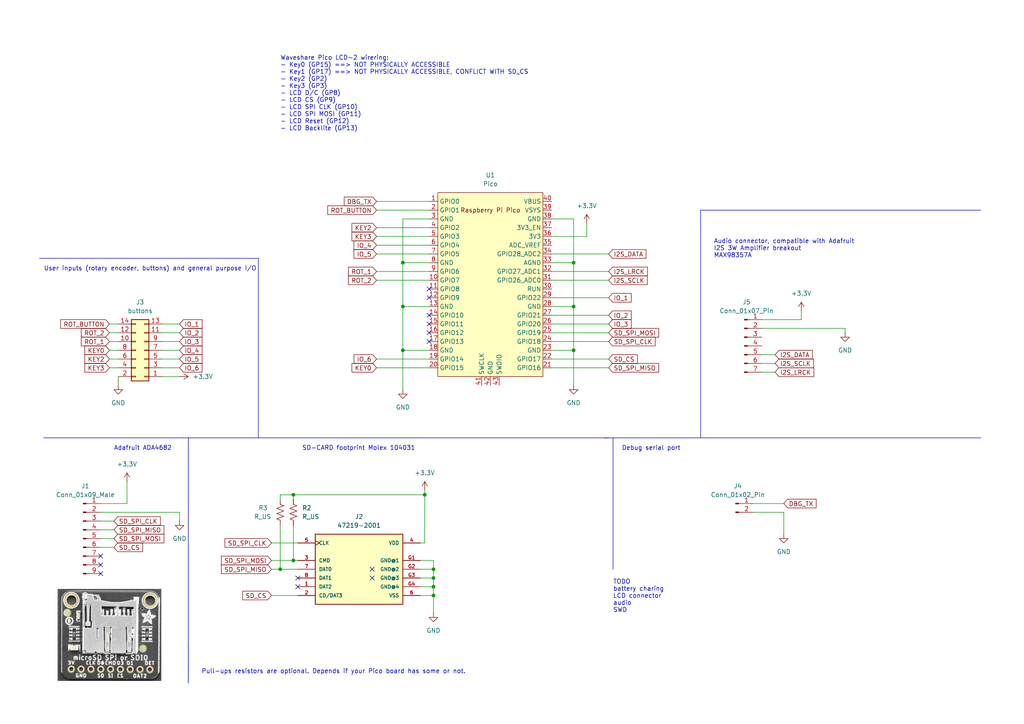
<source format=kicad_sch>
(kicad_sch (version 20230121) (generator eeschema)
  (paper "A4")
  (lib_symbols
    (symbol "Connector:Conn_01x02_Pin" (pin_names (offset 1.016) hide)
      (property "Reference" "J" (at 0 2.54 0))
      (property "Value" "Conn_01x02_Pin" (at 0 -5.08 0))
      (symbol "Conn_01x02_Pin_1_1"
        (polyline (pts (xy 1.27 -2.54) (xy 0.8636 -2.54)) (stroke (width 0.1524)))
        (polyline (pts (xy 1.27 0) (xy 0.8636 0)) (stroke (width 0.1524)))
        (rectangle (start 0.8636 -2.413) (end 0 -2.667) (stroke (width 0.1524)) (fill (type outline)))
        (rectangle (start 0.8636 0.127) (end 0 -0.127) (stroke (width 0.1524)) (fill (type outline)))
        (pin passive line (at 5.08 0 180) (length 3.81) (name "Pin_1") (number "1"))
        (pin passive line (at 5.08 -2.54 180) (length 3.81) (name "Pin_2") (number "2"))
      )
    )
    (symbol "Connector:Conn_01x07_Pin" (pin_names (offset 1.016) hide)
      (property "Reference" "J" (at 0 10.16 0))
      (property "Value" "Conn_01x07_Pin" (at 0 -10.16 0))
      (symbol "Conn_01x07_Pin_1_1"
        (polyline (pts (xy 1.27 -7.62) (xy 0.8636 -7.62)) (stroke (width 0.1524)))
        (polyline (pts (xy 1.27 -5.08) (xy 0.8636 -5.08)) (stroke (width 0.1524)))
        (polyline (pts (xy 1.27 -2.54) (xy 0.8636 -2.54)) (stroke (width 0.1524)))
        (polyline (pts (xy 1.27 0) (xy 0.8636 0)) (stroke (width 0.1524)))
        (polyline (pts (xy 1.27 2.54) (xy 0.8636 2.54)) (stroke (width 0.1524)))
        (polyline (pts (xy 1.27 5.08) (xy 0.8636 5.08)) (stroke (width 0.1524)))
        (polyline (pts (xy 1.27 7.62) (xy 0.8636 7.62)) (stroke (width 0.1524)))
        (rectangle (start 0.8636 -7.493) (end 0 -7.747) (stroke (width 0.1524)) (fill (type outline)))
        (rectangle (start 0.8636 -4.953) (end 0 -5.207) (stroke (width 0.1524)) (fill (type outline)))
        (rectangle (start 0.8636 -2.413) (end 0 -2.667) (stroke (width 0.1524)) (fill (type outline)))
        (rectangle (start 0.8636 0.127) (end 0 -0.127) (stroke (width 0.1524)) (fill (type outline)))
        (rectangle (start 0.8636 2.667) (end 0 2.413) (stroke (width 0.1524)) (fill (type outline)))
        (rectangle (start 0.8636 5.207) (end 0 4.953) (stroke (width 0.1524)) (fill (type outline)))
        (rectangle (start 0.8636 7.747) (end 0 7.493) (stroke (width 0.1524)) (fill (type outline)))
        (pin passive line (at 5.08 7.62 180) (length 3.81) (name "Pin_1") (number "1"))
        (pin passive line (at 5.08 5.08 180) (length 3.81) (name "Pin_2") (number "2"))
        (pin passive line (at 5.08 2.54 180) (length 3.81) (name "Pin_3") (number "3"))
        (pin passive line (at 5.08 0 180) (length 3.81) (name "Pin_4") (number "4"))
        (pin passive line (at 5.08 -2.54 180) (length 3.81) (name "Pin_5") (number "5"))
        (pin passive line (at 5.08 -5.08 180) (length 3.81) (name "Pin_6") (number "6"))
        (pin passive line (at 5.08 -7.62 180) (length 3.81) (name "Pin_7") (number "7"))
      )
    )
    (symbol "Connector:Conn_01x09_Male" (pin_names (offset 1.016) hide)
      (property "Reference" "J" (at 0 12.7 0))
      (property "Value" "Conn_01x09_Male" (at 0 -12.7 0))
      (symbol "Conn_01x09_Male_1_1"
        (polyline (pts (xy 1.27 -10.16) (xy 0.8636 -10.16)) (stroke (width 0.1524)))
        (polyline (pts (xy 1.27 -7.62) (xy 0.8636 -7.62)) (stroke (width 0.1524)))
        (polyline (pts (xy 1.27 -5.08) (xy 0.8636 -5.08)) (stroke (width 0.1524)))
        (polyline (pts (xy 1.27 -2.54) (xy 0.8636 -2.54)) (stroke (width 0.1524)))
        (polyline (pts (xy 1.27 0) (xy 0.8636 0)) (stroke (width 0.1524)))
        (polyline (pts (xy 1.27 2.54) (xy 0.8636 2.54)) (stroke (width 0.1524)))
        (polyline (pts (xy 1.27 5.08) (xy 0.8636 5.08)) (stroke (width 0.1524)))
        (polyline (pts (xy 1.27 7.62) (xy 0.8636 7.62)) (stroke (width 0.1524)))
        (polyline (pts (xy 1.27 10.16) (xy 0.8636 10.16)) (stroke (width 0.1524)))
        (rectangle (start 0.8636 -10.033) (end 0 -10.287) (stroke (width 0.1524)) (fill (type outline)))
        (rectangle (start 0.8636 -7.493) (end 0 -7.747) (stroke (width 0.1524)) (fill (type outline)))
        (rectangle (start 0.8636 -4.953) (end 0 -5.207) (stroke (width 0.1524)) (fill (type outline)))
        (rectangle (start 0.8636 -2.413) (end 0 -2.667) (stroke (width 0.1524)) (fill (type outline)))
        (rectangle (start 0.8636 0.127) (end 0 -0.127) (stroke (width 0.1524)) (fill (type outline)))
        (rectangle (start 0.8636 2.667) (end 0 2.413) (stroke (width 0.1524)) (fill (type outline)))
        (rectangle (start 0.8636 5.207) (end 0 4.953) (stroke (width 0.1524)) (fill (type outline)))
        (rectangle (start 0.8636 7.747) (end 0 7.493) (stroke (width 0.1524)) (fill (type outline)))
        (rectangle (start 0.8636 10.287) (end 0 10.033) (stroke (width 0.1524)) (fill (type outline)))
        (pin passive line (at 5.08 10.16 180) (length 3.81) (name "Pin_1") (number "1"))
        (pin passive line (at 5.08 7.62 180) (length 3.81) (name "Pin_2") (number "2"))
        (pin passive line (at 5.08 5.08 180) (length 3.81) (name "Pin_3") (number "3"))
        (pin passive line (at 5.08 2.54 180) (length 3.81) (name "Pin_4") (number "4"))
        (pin passive line (at 5.08 0 180) (length 3.81) (name "Pin_5") (number "5"))
        (pin passive line (at 5.08 -2.54 180) (length 3.81) (name "Pin_6") (number "6"))
        (pin passive line (at 5.08 -5.08 180) (length 3.81) (name "Pin_7") (number "7"))
        (pin passive line (at 5.08 -7.62 180) (length 3.81) (name "Pin_8") (number "8"))
        (pin passive line (at 5.08 -10.16 180) (length 3.81) (name "Pin_9") (number "9"))
      )
    )
    (symbol "Connector_Generic:Conn_02x07_Odd_Even" (pin_names (offset 1.016) hide)
      (property "Reference" "J" (at 1.27 10.16 0))
      (property "Value" "Conn_02x07_Odd_Even" (at 1.27 -10.16 0))
      (symbol "Conn_02x07_Odd_Even_1_1"
        (rectangle (start -1.27 -7.493) (end 0 -7.747) (stroke (width 0.1524)))
        (rectangle (start -1.27 -4.953) (end 0 -5.207) (stroke (width 0.1524)))
        (rectangle (start -1.27 -2.413) (end 0 -2.667) (stroke (width 0.1524)))
        (rectangle (start -1.27 0.127) (end 0 -0.127) (stroke (width 0.1524)))
        (rectangle (start -1.27 2.667) (end 0 2.413) (stroke (width 0.1524)))
        (rectangle (start -1.27 5.207) (end 0 4.953) (stroke (width 0.1524)))
        (rectangle (start -1.27 7.747) (end 0 7.493) (stroke (width 0.1524)))
        (rectangle (start -1.27 8.89) (end 3.81 -8.89) (stroke (width 0.254)) (fill (type background)))
        (rectangle (start 3.81 -7.493) (end 2.54 -7.747) (stroke (width 0.1524)))
        (rectangle (start 3.81 -4.953) (end 2.54 -5.207) (stroke (width 0.1524)))
        (rectangle (start 3.81 -2.413) (end 2.54 -2.667) (stroke (width 0.1524)))
        (rectangle (start 3.81 0.127) (end 2.54 -0.127) (stroke (width 0.1524)))
        (rectangle (start 3.81 2.667) (end 2.54 2.413) (stroke (width 0.1524)))
        (rectangle (start 3.81 5.207) (end 2.54 4.953) (stroke (width 0.1524)))
        (rectangle (start 3.81 7.747) (end 2.54 7.493) (stroke (width 0.1524)))
        (pin passive line (at -5.08 7.62 0) (length 3.81) (name "Pin_1") (number "1"))
        (pin passive line (at 7.62 -2.54 180) (length 3.81) (name "Pin_10") (number "10"))
        (pin passive line (at -5.08 -5.08 0) (length 3.81) (name "Pin_11") (number "11"))
        (pin passive line (at 7.62 -5.08 180) (length 3.81) (name "Pin_12") (number "12"))
        (pin passive line (at -5.08 -7.62 0) (length 3.81) (name "Pin_13") (number "13"))
        (pin passive line (at 7.62 -7.62 180) (length 3.81) (name "Pin_14") (number "14"))
        (pin passive line (at 7.62 7.62 180) (length 3.81) (name "Pin_2") (number "2"))
        (pin passive line (at -5.08 5.08 0) (length 3.81) (name "Pin_3") (number "3"))
        (pin passive line (at 7.62 5.08 180) (length 3.81) (name "Pin_4") (number "4"))
        (pin passive line (at -5.08 2.54 0) (length 3.81) (name "Pin_5") (number "5"))
        (pin passive line (at 7.62 2.54 180) (length 3.81) (name "Pin_6") (number "6"))
        (pin passive line (at -5.08 0 0) (length 3.81) (name "Pin_7") (number "7"))
        (pin passive line (at 7.62 0 180) (length 3.81) (name "Pin_8") (number "8"))
        (pin passive line (at -5.08 -2.54 0) (length 3.81) (name "Pin_9") (number "9"))
      )
    )
    (symbol "Device:R_US" (pin_numbers hide) (pin_names (offset 0))
      (property "Reference" "R" (at 2.54 0 90))
      (property "Value" "R_US" (at -2.54 0 90))
      (symbol "R_US_0_1"
        (polyline (pts (xy 0 -2.286) (xy 0 -2.54)))
        (polyline (pts (xy 0 2.286) (xy 0 2.54)))
        (polyline (pts (xy 0 -0.762) (xy 1.016 -1.143) (xy 0 -1.524) (xy -1.016 -1.905) (xy 0 -2.286)))
        (polyline (pts (xy 0 0.762) (xy 1.016 0.381) (xy 0 0) (xy -1.016 -0.381) (xy 0 -0.762)))
        (polyline (pts (xy 0 2.286) (xy 1.016 1.905) (xy 0 1.524) (xy -1.016 1.143) (xy 0 0.762)))
      )
      (symbol "R_US_1_1"
        (pin passive line (at 0 3.81 270) (length 1.27) (name "~") (number "1"))
        (pin passive line (at 0 -3.81 90) (length 1.27) (name "~") (number "2"))
      )
    )
    (symbol "MCU_RaspberryPi_and_Boards:Pico"
      (property "Reference" "U" (at -13.97 27.94 0))
      (property "Value" "Pico" (at 0 19.05 0))
      (symbol "Pico_0_0"
        (text "Raspberry Pi Pico" (at 0 21.59 0) (effects (font (size 1.27 1.27))))
      )
      (symbol "Pico_0_1"
        (rectangle (start -15.24 26.67) (end 15.24 -26.67) (fill (type background)))
      )
      (symbol "Pico_1_1"
        (pin bidirectional line (at -17.78 24.13 0) (length 2.54) (name "GPIO0") (number "1"))
        (pin bidirectional line (at -17.78 1.27 0) (length 2.54) (name "GPIO7") (number "10"))
        (pin bidirectional line (at -17.78 -1.27 0) (length 2.54) (name "GPIO8") (number "11"))
        (pin bidirectional line (at -17.78 -3.81 0) (length 2.54) (name "GPIO9") (number "12"))
        (pin power_in line (at -17.78 -6.35 0) (length 2.54) (name "GND") (number "13"))
        (pin bidirectional line (at -17.78 -8.89 0) (length 2.54) (name "GPIO10") (number "14"))
        (pin bidirectional line (at -17.78 -11.43 0) (length 2.54) (name "GPIO11") (number "15"))
        (pin bidirectional line (at -17.78 -13.97 0) (length 2.54) (name "GPIO12") (number "16"))
        (pin bidirectional line (at -17.78 -16.51 0) (length 2.54) (name "GPIO13") (number "17"))
        (pin power_in line (at -17.78 -19.05 0) (length 2.54) (name "GND") (number "18"))
        (pin bidirectional line (at -17.78 -21.59 0) (length 2.54) (name "GPIO14") (number "19"))
        (pin bidirectional line (at -17.78 21.59 0) (length 2.54) (name "GPIO1") (number "2"))
        (pin bidirectional line (at -17.78 -24.13 0) (length 2.54) (name "GPIO15") (number "20"))
        (pin bidirectional line (at 17.78 -24.13 180) (length 2.54) (name "GPIO16") (number "21"))
        (pin bidirectional line (at 17.78 -21.59 180) (length 2.54) (name "GPIO17") (number "22"))
        (pin power_in line (at 17.78 -19.05 180) (length 2.54) (name "GND") (number "23"))
        (pin bidirectional line (at 17.78 -16.51 180) (length 2.54) (name "GPIO18") (number "24"))
        (pin bidirectional line (at 17.78 -13.97 180) (length 2.54) (name "GPIO19") (number "25"))
        (pin bidirectional line (at 17.78 -11.43 180) (length 2.54) (name "GPIO20") (number "26"))
        (pin bidirectional line (at 17.78 -8.89 180) (length 2.54) (name "GPIO21") (number "27"))
        (pin power_in line (at 17.78 -6.35 180) (length 2.54) (name "GND") (number "28"))
        (pin bidirectional line (at 17.78 -3.81 180) (length 2.54) (name "GPIO22") (number "29"))
        (pin power_in line (at -17.78 19.05 0) (length 2.54) (name "GND") (number "3"))
        (pin input line (at 17.78 -1.27 180) (length 2.54) (name "RUN") (number "30"))
        (pin bidirectional line (at 17.78 1.27 180) (length 2.54) (name "GPIO26_ADC0") (number "31"))
        (pin bidirectional line (at 17.78 3.81 180) (length 2.54) (name "GPIO27_ADC1") (number "32"))
        (pin power_in line (at 17.78 6.35 180) (length 2.54) (name "AGND") (number "33"))
        (pin bidirectional line (at 17.78 8.89 180) (length 2.54) (name "GPIO28_ADC2") (number "34"))
        (pin power_in line (at 17.78 11.43 180) (length 2.54) (name "ADC_VREF") (number "35"))
        (pin power_in line (at 17.78 13.97 180) (length 2.54) (name "3V3") (number "36"))
        (pin input line (at 17.78 16.51 180) (length 2.54) (name "3V3_EN") (number "37"))
        (pin bidirectional line (at 17.78 19.05 180) (length 2.54) (name "GND") (number "38"))
        (pin power_in line (at 17.78 21.59 180) (length 2.54) (name "VSYS") (number "39"))
        (pin bidirectional line (at -17.78 16.51 0) (length 2.54) (name "GPIO2") (number "4"))
        (pin power_in line (at 17.78 24.13 180) (length 2.54) (name "VBUS") (number "40"))
        (pin input line (at -2.54 -29.21 90) (length 2.54) (name "SWCLK") (number "41"))
        (pin power_in line (at 0 -29.21 90) (length 2.54) (name "GND") (number "42"))
        (pin bidirectional line (at 2.54 -29.21 90) (length 2.54) (name "SWDIO") (number "43"))
        (pin bidirectional line (at -17.78 13.97 0) (length 2.54) (name "GPIO3") (number "5"))
        (pin bidirectional line (at -17.78 11.43 0) (length 2.54) (name "GPIO4") (number "6"))
        (pin bidirectional line (at -17.78 8.89 0) (length 2.54) (name "GPIO5") (number "7"))
        (pin power_in line (at -17.78 6.35 0) (length 2.54) (name "GND") (number "8"))
        (pin bidirectional line (at -17.78 3.81 0) (length 2.54) (name "GPIO6") (number "9"))
      )
    )
    (symbol "power:+3.3V" (power) (pin_names (offset 0))
      (property "Value" "+3.3V" (at 0 3.556 0))
      (symbol "+3.3V_0_1"
        (polyline (pts (xy -0.762 1.27) (xy 0 2.54)))
        (polyline (pts (xy 0 0) (xy 0 2.54)))
        (polyline (pts (xy 0 2.54) (xy 0.762 1.27)))
      )
      (symbol "+3.3V_1_1"
        (pin power_in line (at 0 0 90) (length 0) hide (name "+3.3V") (number "1"))
      )
    )
    (symbol "power:GND" (power) (pin_names (offset 0))
      (property "Value" "GND" (at 0 -3.81 0))
      (symbol "GND_0_1"
        (polyline (pts (xy 0 0) (xy 0 -1.27) (xy 1.27 -1.27) (xy 0 -2.54) (xy -1.27 -1.27) (xy 0 -1.27)))
      )
      (symbol "GND_1_1"
        (pin power_in line (at 0 0 270) (length 0) hide (name "GND") (number "1"))
      )
    )
    (symbol "sdcard-libs:47219-2001" (pin_names (offset 1.016))
      (property "Reference" "J" (at -12.7105 10.931 0))
      (property "Value" "47219-2001" (at -12.7125 -11.9498 0))
      (symbol "47219-2001_0_0"
        (rectangle (start -12.7 -10.16) (end 12.7 10.16) (stroke (width 0.254)) (fill (type background)))
        (pin bidirectional line (at -17.78 -5.08 0) (length 5.08) (name "DAT2") (number "1"))
        (pin bidirectional line (at -17.78 -7.62 0) (length 5.08) (name "CD/DAT3") (number "2"))
        (pin bidirectional line (at -17.78 2.54 0) (length 5.08) (name "CMD") (number "3"))
        (pin power_in line (at 17.78 7.62 180) (length 5.08) (name "VDD") (number "4"))
        (pin input clock (at -17.78 7.62 0) (length 5.08) (name "CLK") (number "5"))
        (pin power_in line (at 17.78 -7.62 180) (length 5.08) (name "VSS") (number "6"))
        (pin bidirectional line (at -17.78 0 0) (length 5.08) (name "DAT0") (number "7"))
        (pin bidirectional line (at -17.78 -2.54 0) (length 5.08) (name "DAT1") (number "8"))
        (pin power_in line (at 17.78 2.54 180) (length 5.08) (name "GND@1") (number "G1"))
        (pin power_in line (at 17.78 0 180) (length 5.08) (name "GND@2") (number "G2"))
        (pin power_in line (at 17.78 -2.54 180) (length 5.08) (name "GND@3") (number "G3"))
        (pin power_in line (at 17.78 -5.08 180) (length 5.08) (name "GND@4") (number "G4"))
      )
    )
  )
  (junction (at 123.19 143.51))
  (junction (at 85.09 143.51))
  (junction (at 125.73 167.64))
  (junction (at 116.84 88.9))
  (junction (at 166.37 76.2))
  (junction (at 125.73 172.72))
  (junction (at 125.73 170.18))
  (junction (at 81.28 165.1))
  (junction (at 116.84 101.6))
  (junction (at 116.84 76.2))
  (junction (at 125.73 165.1))
  (junction (at 166.37 88.9))
  (junction (at 85.09 162.56))
  (junction (at 166.37 101.6))
  (no_connect (at 29.21 161.29))
  (no_connect (at 86.36 170.18))
  (no_connect (at 124.46 93.98))
  (no_connect (at 107.95 167.64))
  (no_connect (at 86.36 167.64))
  (no_connect (at 107.95 165.1))
  (no_connect (at 29.21 166.37))
  (no_connect (at 124.46 99.06))
  (no_connect (at 124.46 83.82))
  (no_connect (at 29.21 163.83))
  (no_connect (at 124.46 86.36))
  (no_connect (at 124.46 96.52))
  (no_connect (at 124.46 91.44))
  (wire (pts (xy 109.22 71.12) (xy 124.46 71.12)))
  (wire (pts (xy 85.09 162.56) (xy 86.36 162.56)))
  (wire (pts (xy 109.22 81.28) (xy 124.46 81.28)))
  (wire (pts (xy 52.07 148.59) (xy 52.07 151.13)))
  (wire (pts (xy 46.99 96.52) (xy 52.07 96.52)))
  (wire (pts (xy 218.44 148.59) (xy 227.33 148.59)))
  (wire (pts (xy 123.19 143.51) (xy 123.19 157.48)))
  (wire (pts (xy 232.41 92.71) (xy 232.41 90.17)))
  (wire (pts (xy 121.92 170.18) (xy 125.73 170.18)))
  (polyline (pts (xy 11.43 74.93) (xy 74.93 74.93)))
  (wire (pts (xy 166.37 88.9) (xy 166.37 101.6)))
  (wire (pts (xy 36.83 146.05) (xy 36.83 139.7)))
  (wire (pts (xy 81.28 144.78) (xy 81.28 143.51)))
  (wire (pts (xy 121.92 167.64) (xy 125.73 167.64)))
  (wire (pts (xy 31.75 101.6) (xy 34.29 101.6)))
  (wire (pts (xy 220.98 102.87) (xy 224.79 102.87)))
  (wire (pts (xy 218.44 146.05) (xy 227.33 146.05)))
  (polyline (pts (xy 74.93 127) (xy 74.93 74.93)))
  (wire (pts (xy 116.84 76.2) (xy 116.84 88.9)))
  (wire (pts (xy 109.22 60.96) (xy 124.46 60.96)))
  (wire (pts (xy 31.75 96.52) (xy 34.29 96.52)))
  (wire (pts (xy 46.99 104.14) (xy 52.07 104.14)))
  (wire (pts (xy 125.73 167.64) (xy 125.73 165.1)))
  (wire (pts (xy 166.37 63.5) (xy 166.37 76.2)))
  (wire (pts (xy 123.19 143.51) (xy 123.19 142.24)))
  (wire (pts (xy 109.22 106.68) (xy 124.46 106.68)))
  (wire (pts (xy 125.73 170.18) (xy 125.73 167.64)))
  (wire (pts (xy 46.99 101.6) (xy 52.07 101.6)))
  (wire (pts (xy 245.11 95.25) (xy 245.11 96.52)))
  (wire (pts (xy 29.21 148.59) (xy 52.07 148.59)))
  (wire (pts (xy 125.73 162.56) (xy 125.73 165.1)))
  (wire (pts (xy 29.21 156.21) (xy 33.02 156.21)))
  (wire (pts (xy 29.21 146.05) (xy 36.83 146.05)))
  (wire (pts (xy 109.22 66.04) (xy 124.46 66.04)))
  (wire (pts (xy 31.75 99.06) (xy 34.29 99.06)))
  (wire (pts (xy 160.02 96.52) (xy 176.53 96.52)))
  (wire (pts (xy 46.99 106.68) (xy 52.07 106.68)))
  (wire (pts (xy 220.98 107.95) (xy 224.79 107.95)))
  (wire (pts (xy 166.37 76.2) (xy 166.37 88.9)))
  (wire (pts (xy 78.74 165.1) (xy 81.28 165.1)))
  (wire (pts (xy 116.84 76.2) (xy 124.46 76.2)))
  (wire (pts (xy 160.02 86.36) (xy 176.53 86.36)))
  (polyline (pts (xy 177.8 127) (xy 175.26 127)))
  (polyline (pts (xy 12.7 127) (xy 121.92 127)))
  (wire (pts (xy 29.21 158.75) (xy 33.02 158.75)))
  (wire (pts (xy 81.28 143.51) (xy 85.09 143.51)))
  (polyline (pts (xy 203.2 127) (xy 203.2 60.96)))
  (wire (pts (xy 31.75 106.68) (xy 34.29 106.68)))
  (polyline (pts (xy 177.8 165.1) (xy 177.8 127)))
  (wire (pts (xy 116.84 88.9) (xy 124.46 88.9)))
  (wire (pts (xy 220.98 92.71) (xy 232.41 92.71)))
  (wire (pts (xy 29.21 151.13) (xy 33.02 151.13)))
  (wire (pts (xy 78.74 157.48) (xy 86.36 157.48)))
  (wire (pts (xy 116.84 101.6) (xy 116.84 113.03)))
  (wire (pts (xy 160.02 99.06) (xy 176.53 99.06)))
  (polyline (pts (xy 203.2 60.96) (xy 284.48 60.96)))
  (wire (pts (xy 109.22 68.58) (xy 124.46 68.58)))
  (wire (pts (xy 121.92 157.48) (xy 123.19 157.48)))
  (wire (pts (xy 109.22 104.14) (xy 124.46 104.14)))
  (wire (pts (xy 160.02 73.66) (xy 176.53 73.66)))
  (polyline (pts (xy 121.92 127) (xy 176.53 127)))
  (wire (pts (xy 125.73 172.72) (xy 125.73 170.18)))
  (wire (pts (xy 31.75 104.14) (xy 34.29 104.14)))
  (wire (pts (xy 160.02 101.6) (xy 166.37 101.6)))
  (wire (pts (xy 160.02 78.74) (xy 176.53 78.74)))
  (wire (pts (xy 85.09 144.78) (xy 85.09 143.51)))
  (wire (pts (xy 160.02 93.98) (xy 176.53 93.98)))
  (wire (pts (xy 160.02 88.9) (xy 166.37 88.9)))
  (wire (pts (xy 34.29 109.22) (xy 34.29 111.76)))
  (wire (pts (xy 116.84 88.9) (xy 116.84 101.6)))
  (polyline (pts (xy 54.61 186.69) (xy 54.61 196.85)))
  (wire (pts (xy 46.99 93.98) (xy 52.07 93.98)))
  (wire (pts (xy 160.02 81.28) (xy 176.53 81.28)))
  (wire (pts (xy 160.02 91.44) (xy 176.53 91.44)))
  (wire (pts (xy 85.09 143.51) (xy 123.19 143.51)))
  (wire (pts (xy 220.98 105.41) (xy 224.79 105.41)))
  (wire (pts (xy 78.74 172.72) (xy 86.36 172.72)))
  (wire (pts (xy 116.84 101.6) (xy 124.46 101.6)))
  (wire (pts (xy 81.28 165.1) (xy 86.36 165.1)))
  (wire (pts (xy 46.99 99.06) (xy 52.07 99.06)))
  (wire (pts (xy 160.02 106.68) (xy 176.53 106.68)))
  (wire (pts (xy 124.46 63.5) (xy 116.84 63.5)))
  (wire (pts (xy 160.02 104.14) (xy 176.53 104.14)))
  (wire (pts (xy 78.74 162.56) (xy 85.09 162.56)))
  (wire (pts (xy 160.02 76.2) (xy 166.37 76.2)))
  (wire (pts (xy 220.98 95.25) (xy 245.11 95.25)))
  (polyline (pts (xy 54.61 127) (xy 54.61 198.12)))
  (wire (pts (xy 121.92 172.72) (xy 125.73 172.72)))
  (wire (pts (xy 121.92 162.56) (xy 125.73 162.56)))
  (wire (pts (xy 29.21 153.67) (xy 33.02 153.67)))
  (wire (pts (xy 31.75 93.98) (xy 34.29 93.98)))
  (wire (pts (xy 109.22 78.74) (xy 124.46 78.74)))
  (wire (pts (xy 166.37 101.6) (xy 166.37 111.76)))
  (wire (pts (xy 109.22 73.66) (xy 124.46 73.66)))
  (wire (pts (xy 121.92 165.1) (xy 125.73 165.1)))
  (wire (pts (xy 109.22 58.42) (xy 124.46 58.42)))
  (wire (pts (xy 116.84 63.5) (xy 116.84 76.2)))
  (wire (pts (xy 125.73 172.72) (xy 125.73 177.8)))
  (wire (pts (xy 170.18 68.58) (xy 170.18 64.77)))
  (wire (pts (xy 85.09 152.4) (xy 85.09 162.56)))
  (wire (pts (xy 227.33 148.59) (xy 227.33 154.94)))
  (wire (pts (xy 46.99 109.22) (xy 52.07 109.22)))
  (polyline (pts (xy 177.8 127) (xy 284.48 127)))
  (wire (pts (xy 81.28 152.4) (xy 81.28 165.1)))
  (wire (pts (xy 160.02 63.5) (xy 166.37 63.5)))
  (wire (pts (xy 160.02 68.58) (xy 170.18 68.58)))
  (image (at 31.75 184.15) (scale 0.50724))
  (text "SD-CARD footprint Molex 104031" (at 87.63 130.81 0) (effects (font (size 1.27 1.27)) (justify left bottom)))
  (text "TODO\nbattery charing\nLCD connector\naudio\nSWD" (at 177.8 177.8 0) (effects (font (size 1.27 1.27)) (justify left bottom)))
  (text "Adafruit ADA4682" (at 33.02 130.81 0) (effects (font (size 1.27 1.27)) (justify left bottom)))
  (text "Waveshare Pico LCD-2 wirering:\n- Key0 (GP15) ==> NOT PHYSICALLY ACCESSIBLE\n- Key1 (GP17) ==> NOT PHYSICALLY ACCESSIBLE, CONFLICT WITH SD_CS\n- Key2 (GP2)\n- Key3 (GP3)\n- LCD D/C (GP8)\n- LCD CS (GP9)\n- LCD SPI CLK (GP10)\n- LCD SPI MOSI (GP11)\n- LCD Reset (GP12)\n- LCD Backlite (GP13)\n" (at 81.28 38.1 0) (effects (font (size 1.27 1.27)) (justify left bottom)))
  (text "User inputs (rotary encoder, buttons) and general purpose I/O" (at 12.7 78.74 0) (effects (font (size 1.27 1.27)) (justify left bottom)))
  (text "Audio connector, compatible with Adafruit\nI2S 3W Amplifier breakout\nMAX98357A" (at 207.01 74.93 0) (effects (font (size 1.27 1.27)) (justify left bottom)))
  (text "Pull-ups resistors are optional. Depends if your Pico board has some or not." (at 58.42 195.58 0) (effects (font (size 1.27 1.27)) (justify left bottom)))
  (text "Debug serial port" (at 180.34 130.81 0) (effects (font (size 1.27 1.27)) (justify left bottom)))
  (global_label "SD_SPI_MISO" (shape input) (at 78.74 165.1 180) (property "Intersheetrefs" "${INTERSHEET_REFS}" (effects hide)) (property "Références Inter-Feuilles" "${INTERSHEET_REFS}" (effects hide)))
  (global_label "KEY2" (shape input) (at 109.22 66.04 180) (property "Intersheetrefs" "${INTERSHEET_REFS}" (effects hide)))
  (global_label "IO_5" (shape input) (at 109.22 73.66 180) (property "Intersheetrefs" "${INTERSHEET_REFS}" (effects hide)) (property "Références Inter-Feuilles" "${INTERSHEET_REFS}" (effects hide)))
  (global_label "I2S_SCLK" (shape input) (at 176.53 81.28 0) (property "Intersheetrefs" "${INTERSHEET_REFS}" (effects hide)) (property "Références Inter-Feuilles" "${INTERSHEET_REFS}" (effects hide)))
  (global_label "ROT_BUTTON" (shape input) (at 109.22 60.96 180) (property "Intersheetrefs" "${INTERSHEET_REFS}" (effects hide)) (property "Références Inter-Feuilles" "${INTERSHEET_REFS}" (effects hide)))
  (global_label "IO_3" (shape input) (at 52.07 99.06 0) (property "Intersheetrefs" "${INTERSHEET_REFS}" (effects hide)) (property "Références Inter-Feuilles" "${INTERSHEET_REFS}" (effects hide)))
  (global_label "ROT_2" (shape input) (at 31.75 96.52 180) (property "Intersheetrefs" "${INTERSHEET_REFS}" (effects hide)) (property "Références Inter-Feuilles" "${INTERSHEET_REFS}" (effects hide)))
  (global_label "KEY3" (shape input) (at 109.22 68.58 180) (property "Intersheetrefs" "${INTERSHEET_REFS}" (effects hide)))
  (global_label "SD_SPI_CLK" (shape input) (at 176.53 99.06 0) (property "Intersheetrefs" "${INTERSHEET_REFS}" (effects hide)) (property "Références Inter-Feuilles" "${INTERSHEET_REFS}" (effects hide)))
  (global_label "SD_SPI_CLK" (shape input) (at 33.02 151.13 0) (property "Intersheetrefs" "${INTERSHEET_REFS}" (effects hide)) (property "Références Inter-Feuilles" "${INTERSHEET_REFS}" (effects hide)))
  (global_label "ROT_1" (shape input) (at 109.22 78.74 180) (property "Intersheetrefs" "${INTERSHEET_REFS}" (effects hide)) (property "Références Inter-Feuilles" "${INTERSHEET_REFS}" (effects hide)))
  (global_label "KEY0" (shape input) (at 109.22 106.68 180) (property "Intersheetrefs" "${INTERSHEET_REFS}" (effects hide)))
  (global_label "IO_2" (shape input) (at 176.53 91.44 0) (property "Intersheetrefs" "${INTERSHEET_REFS}" (effects hide)) (property "Références Inter-Feuilles" "${INTERSHEET_REFS}" (effects hide)))
  (global_label "SD_SPI_MOSI" (shape input) (at 176.53 96.52 0) (property "Intersheetrefs" "${INTERSHEET_REFS}" (effects hide)) (property "Références Inter-Feuilles" "${INTERSHEET_REFS}" (effects hide)))
  (global_label "IO_2" (shape input) (at 52.07 96.52 0) (property "Intersheetrefs" "${INTERSHEET_REFS}" (effects hide)) (property "Références Inter-Feuilles" "${INTERSHEET_REFS}" (effects hide)))
  (global_label "I2S_LRCK" (shape input) (at 176.53 78.74 0) (property "Intersheetrefs" "${INTERSHEET_REFS}" (effects hide)) (property "Références Inter-Feuilles" "${INTERSHEET_REFS}" (effects hide)))
  (global_label "IO_1" (shape input) (at 52.07 93.98 0) (property "Intersheetrefs" "${INTERSHEET_REFS}" (effects hide)) (property "Références Inter-Feuilles" "${INTERSHEET_REFS}" (effects hide)))
  (global_label "ROT_1" (shape input) (at 31.75 99.06 180) (property "Intersheetrefs" "${INTERSHEET_REFS}" (effects hide)) (property "Références Inter-Feuilles" "${INTERSHEET_REFS}" (effects hide)))
  (global_label "KEY3" (shape input) (at 31.75 106.68 180) (property "Intersheetrefs" "${INTERSHEET_REFS}" (effects hide)))
  (global_label "KEY2" (shape input) (at 31.75 104.14 180) (property "Intersheetrefs" "${INTERSHEET_REFS}" (effects hide)))
  (global_label "IO_1" (shape input) (at 176.53 86.36 0) (property "Intersheetrefs" "${INTERSHEET_REFS}" (effects hide)) (property "Références Inter-Feuilles" "${INTERSHEET_REFS}" (effects hide)))
  (global_label "SD_CS" (shape input) (at 78.74 172.72 180) (property "Intersheetrefs" "${INTERSHEET_REFS}" (effects hide)) (property "Références Inter-Feuilles" "${INTERSHEET_REFS}" (effects hide)))
  (global_label "DBG_TX" (shape input) (at 227.33 146.05 0) (property "Intersheetrefs" "${INTERSHEET_REFS}" (effects hide)) (property "Références Inter-Feuilles" "${INTERSHEET_REFS}" (effects hide)))
  (global_label "SD_CS" (shape input) (at 33.02 158.75 0) (property "Intersheetrefs" "${INTERSHEET_REFS}" (effects hide)) (property "Références Inter-Feuilles" "${INTERSHEET_REFS}" (effects hide)))
  (global_label "I2S_DATA" (shape input) (at 176.53 73.66 0) (property "Intersheetrefs" "${INTERSHEET_REFS}" (effects hide)) (property "Références Inter-Feuilles" "${INTERSHEET_REFS}" (effects hide)))
  (global_label "I2S_LRCK" (shape input) (at 224.79 107.95 0) (property "Intersheetrefs" "${INTERSHEET_REFS}" (effects hide)) (property "Références Inter-Feuilles" "${INTERSHEET_REFS}" (effects hide)))
  (global_label "IO_6" (shape input) (at 109.22 104.14 180) (property "Intersheetrefs" "${INTERSHEET_REFS}" (effects hide)) (property "Références Inter-Feuilles" "${INTERSHEET_REFS}" (effects hide)))
  (global_label "SD_SPI_MISO" (shape input) (at 33.02 153.67 0) (property "Intersheetrefs" "${INTERSHEET_REFS}" (effects hide)) (property "Références Inter-Feuilles" "${INTERSHEET_REFS}" (effects hide)))
  (global_label "SD_SPI_MISO" (shape input) (at 176.53 106.68 0) (property "Intersheetrefs" "${INTERSHEET_REFS}" (effects hide)) (property "Références Inter-Feuilles" "${INTERSHEET_REFS}" (effects hide)))
  (global_label "ROT_BUTTON" (shape input) (at 31.75 93.98 180) (property "Intersheetrefs" "${INTERSHEET_REFS}" (effects hide)) (property "Références Inter-Feuilles" "${INTERSHEET_REFS}" (effects hide)))
  (global_label "I2S_DATA" (shape input) (at 224.79 102.87 0) (property "Intersheetrefs" "${INTERSHEET_REFS}" (effects hide)) (property "Références Inter-Feuilles" "${INTERSHEET_REFS}" (effects hide)))
  (global_label "SD_SPI_CLK" (shape input) (at 78.74 157.48 180) (property "Intersheetrefs" "${INTERSHEET_REFS}" (effects hide)) (property "Références Inter-Feuilles" "${INTERSHEET_REFS}" (effects hide)))
  (global_label "ROT_2" (shape input) (at 109.22 81.28 180) (property "Intersheetrefs" "${INTERSHEET_REFS}" (effects hide)) (property "Références Inter-Feuilles" "${INTERSHEET_REFS}" (effects hide)))
  (global_label "KEY0" (shape input) (at 31.75 101.6 180) (property "Intersheetrefs" "${INTERSHEET_REFS}" (effects hide)))
  (global_label "IO_4" (shape input) (at 52.07 101.6 0) (property "Intersheetrefs" "${INTERSHEET_REFS}" (effects hide)) (property "Références Inter-Feuilles" "${INTERSHEET_REFS}" (effects hide)))
  (global_label "SD_SPI_MOSI" (shape input) (at 33.02 156.21 0) (property "Intersheetrefs" "${INTERSHEET_REFS}" (effects hide)) (property "Références Inter-Feuilles" "${INTERSHEET_REFS}" (effects hide)))
  (global_label "DBG_TX" (shape input) (at 109.22 58.42 180) (property "Intersheetrefs" "${INTERSHEET_REFS}" (effects hide)) (property "Références Inter-Feuilles" "${INTERSHEET_REFS}" (effects hide)))
  (global_label "IO_6" (shape input) (at 52.07 106.68 0) (property "Intersheetrefs" "${INTERSHEET_REFS}" (effects hide)) (property "Références Inter-Feuilles" "${INTERSHEET_REFS}" (effects hide)))
  (global_label "SD_CS" (shape input) (at 176.53 104.14 0) (property "Intersheetrefs" "${INTERSHEET_REFS}" (effects hide)) (property "Références Inter-Feuilles" "${INTERSHEET_REFS}" (effects hide)))
  (global_label "IO_4" (shape input) (at 109.22 71.12 180) (property "Intersheetrefs" "${INTERSHEET_REFS}" (effects hide)) (property "Références Inter-Feuilles" "${INTERSHEET_REFS}" (effects hide)))
  (global_label "SD_SPI_MOSI" (shape input) (at 78.74 162.56 180) (property "Intersheetrefs" "${INTERSHEET_REFS}" (effects hide)) (property "Références Inter-Feuilles" "${INTERSHEET_REFS}" (effects hide)))
  (global_label "IO_3" (shape input) (at 176.53 93.98 0) (property "Intersheetrefs" "${INTERSHEET_REFS}" (effects hide)) (property "Références Inter-Feuilles" "${INTERSHEET_REFS}" (effects hide)))
  (global_label "IO_5" (shape input) (at 52.07 104.14 0) (property "Intersheetrefs" "${INTERSHEET_REFS}" (effects hide)) (property "Références Inter-Feuilles" "${INTERSHEET_REFS}" (effects hide)))
  (global_label "I2S_SCLK" (shape input) (at 224.79 105.41 0) (property "Intersheetrefs" "${INTERSHEET_REFS}" (effects hide)) (property "Références Inter-Feuilles" "${INTERSHEET_REFS}" (effects hide)))
  (symbol (lib_id "power:+3.3V") (at 170.18 64.77 0) (unit 1)
    (property "Reference" "#PWR07" (effects hide))
    (property "Value" "+3.3V" (at 170.18 59.69 0))
  )
  (symbol (lib_id "power:+3.3V") (at 52.07 109.22 270) (unit 1)
    (property "Reference" "#PWR0104" (effects hide))
    (property "Value" "+3.3V" (at 55.88 109.22 90) (effects (justify left)))
  )
  (symbol (lib_id "Device:R_US") (at 85.09 148.59 0) (unit 1)
    (property "Reference" "R2" (at 87.63 147.32 0) (effects (justify left)))
    (property "Value" "R_US" (at 87.63 149.86 0) (effects (justify left)))
    (property "Footprint" "Resistor_THT:R_Axial_DIN0207_L6.3mm_D2.5mm_P10.16mm_Horizontal" (effects hide))
  )
  (symbol (lib_id "Connector:Conn_01x02_Pin") (at 213.36 146.05 0) (unit 1)
    (property "Reference" "J4" (at 213.995 140.97 0))
    (property "Value" "Conn_01x02_Pin" (at 213.995 143.51 0))
    (property "Footprint" "Connector_PinHeader_2.54mm:PinHeader_1x02_P2.54mm_Vertical" (effects hide))
  )
  (symbol (lib_id "power:GND") (at 227.33 154.94 0) (unit 1)
    (property "Reference" "#PWR0103" (effects hide))
    (property "Value" "GND" (at 227.33 160.02 0))
  )
  (symbol (lib_id "sdcard-libs:47219-2001") (at 104.14 165.1 0) (unit 1)
    (property "Reference" "J2" (at 104.14 149.86 0))
    (property "Value" "47219-2001" (at 104.14 152.4 0))
    (property "Footprint" "sdcard-libs:MOLEX_47219-2001" (effects hide))
    (property "MF" "Molex" (effects hide))
    (property "Description" "\n1.1mm Pitch microSD Card Connector, Hinge Type, Lead Free | Molex Incorporated 47219-2001\n" (effects hide))
    (property "Package" "None" (effects hide))
    (property "Price" "None" (effects hide))
    (property "Check_prices" "https://www.snapeda.com/parts/47219-2001/Molex/view-part/?ref=eda" (effects hide))
    (property "SnapEDA_Link" "https://www.snapeda.com/parts/47219-2001/Molex/view-part/?ref=snap" (effects hide))
    (property "MP" "47219-2001" (effects hide))
    (property "Purchase-URL" "https://www.snapeda.com/api/url_track_click_mouser/?unipart_id=106506&manufacturer=Molex&part_name=47219-2001&search_term=47219" (effects hide))
    (property "Availability" "In Stock" (effects hide))
    (property "MANUFACTURER" "MOLEX" (effects hide))
  )
  (symbol (lib_id "power:GND") (at 52.07 151.13 0) (unit 1)
    (property "Reference" "#PWR02" (effects hide))
    (property "Value" "GND" (at 52.07 156.21 0))
  )
  (symbol (lib_id "power:GND") (at 166.37 111.76 0) (unit 1)
    (property "Reference" "#PWR0102" (effects hide))
    (property "Value" "GND" (at 166.37 116.84 0))
  )
  (symbol (lib_id "MCU_RaspberryPi_and_Boards:Pico") (at 142.24 82.55 0) (unit 1)
    (property "Reference" "U1" (at 142.24 50.8 0))
    (property "Value" "Pico" (at 142.24 53.34 0))
    (property "Footprint" "MCU_RaspberryPi_and_Boards:RPi_Pico_SMD_TH" (effects hide))
  )
  (symbol (lib_id "Connector:Conn_01x09_Male") (at 24.13 156.21 0) (unit 1)
    (property "Reference" "J1" (at 24.765 140.97 0))
    (property "Value" "Conn_01x09_Male" (at 24.765 143.51 0))
    (property "Footprint" "Connector_PinHeader_2.54mm:PinHeader_1x09_P2.54mm_Vertical" (effects hide))
  )
  (symbol (lib_id "power:GND") (at 245.11 96.52 0) (unit 1)
    (property "Reference" "#PWR09" (effects hide))
    (property "Value" "GND" (at 245.11 101.6 0))
  )
  (symbol (lib_id "power:GND") (at 34.29 111.76 0) (unit 1)
    (property "Reference" "#PWR04" (effects hide))
    (property "Value" "GND" (at 34.29 116.84 0))
  )
  (symbol (lib_id "Device:R_US") (at 81.28 148.59 0) (unit 1)
    (property "Reference" "R3" (at 74.93 147.32 0) (effects (justify left)))
    (property "Value" "R_US" (at 73.66 149.86 0) (effects (justify left)))
    (property "Footprint" "Resistor_THT:R_Axial_DIN0207_L6.3mm_D2.5mm_P10.16mm_Horizontal" (effects hide))
  )
  (symbol (lib_id "power:+3.3V") (at 232.41 90.17 0) (unit 1)
    (property "Reference" "#PWR08" (effects hide))
    (property "Value" "+3.3V" (at 232.41 85.09 0))
  )
  (symbol (lib_id "power:GND") (at 116.84 113.03 0) (unit 1)
    (property "Reference" "#PWR0101" (effects hide))
    (property "Value" "GND" (at 116.84 118.11 0))
  )
  (symbol (lib_id "Connector_Generic:Conn_02x07_Odd_Even") (at 41.91 101.6 180) (unit 1)
    (property "Reference" "J3" (at 40.64 87.63 0))
    (property "Value" "buttons" (at 40.64 90.17 0))
    (property "Footprint" "Connector_PinHeader_2.54mm:PinHeader_2x07_P2.54mm_Vertical" (effects hide))
  )
  (symbol (lib_id "power:+3.3V") (at 123.19 142.24 0) (unit 1)
    (property "Reference" "#PWR05" (effects hide))
    (property "Value" "+3.3V" (at 123.19 137.16 0))
  )
  (symbol (lib_id "power:GND") (at 125.73 177.8 0) (unit 1)
    (property "Reference" "#PWR06" (effects hide))
    (property "Value" "GND" (at 125.73 182.88 0))
  )
  (symbol (lib_id "Connector:Conn_01x07_Pin") (at 215.9 100.33 0) (unit 1)
    (property "Reference" "J5" (at 216.535 87.63 0))
    (property "Value" "Conn_01x07_Pin" (at 216.535 90.17 0))
    (property "Footprint" "Connector_PinHeader_2.54mm:PinHeader_1x07_P2.54mm_Vertical" (effects hide))
  )
  (symbol (lib_id "power:+3.3V") (at 36.83 139.7 0) (unit 1)
    (property "Reference" "#PWR01" (effects hide))
    (property "Value" "+3.3V" (at 36.83 134.62 0))
  )
)
</source>
